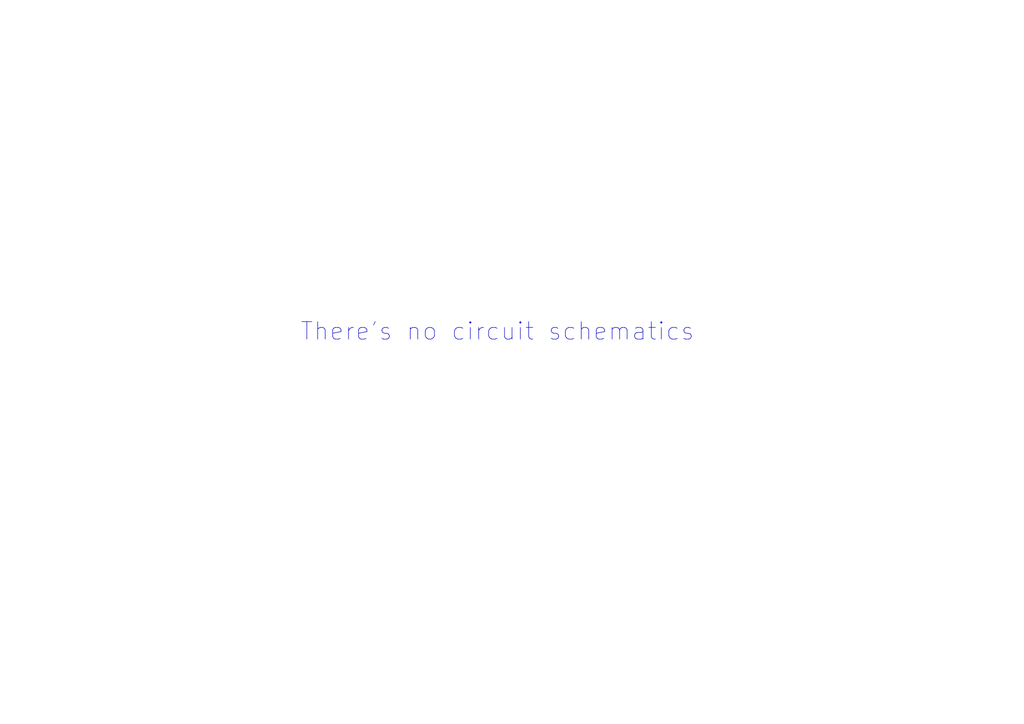
<source format=kicad_sch>
(kicad_sch
	(version 20240101)
	(generator "eeschema")
	(generator_version "8.99")
	(uuid "8c7d1932-c5ea-4c0b-8b90-512c61898fce")
	(paper "A4")
	(lib_symbols)
	(text "There's no circuit schematics"
		(exclude_from_sim no)
		(at 144.272 96.266 0)
		(effects
			(font
				(size 5.08 5.08)
			)
		)
		(uuid "7ebc9259-6ceb-4b45-a546-03916be32a7b")
	)
	(sheet_instances
		(path "/"
			(page "1")
		)
	)
)
</source>
